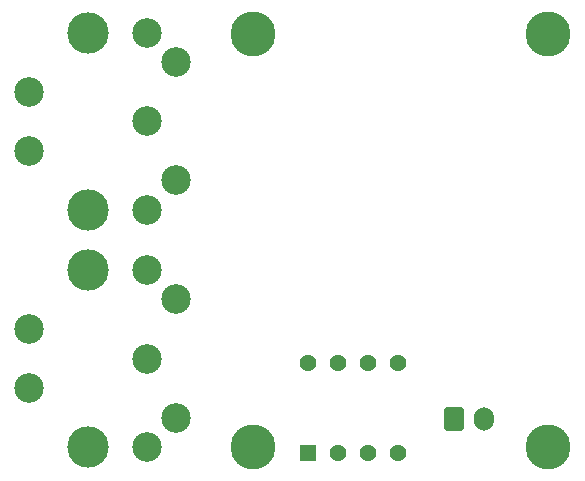
<source format=gbr>
%TF.GenerationSoftware,KiCad,Pcbnew,9.0.0*%
%TF.CreationDate,2025-04-07T16:50:41+02:00*%
%TF.ProjectId,TP_PROJ_S5,54505f50-524f-44a5-9f53-352e6b696361,rev?*%
%TF.SameCoordinates,Original*%
%TF.FileFunction,Soldermask,Bot*%
%TF.FilePolarity,Negative*%
%FSLAX46Y46*%
G04 Gerber Fmt 4.6, Leading zero omitted, Abs format (unit mm)*
G04 Created by KiCad (PCBNEW 9.0.0) date 2025-04-07 16:50:41*
%MOMM*%
%LPD*%
G01*
G04 APERTURE LIST*
G04 Aperture macros list*
%AMRoundRect*
0 Rectangle with rounded corners*
0 $1 Rounding radius*
0 $2 $3 $4 $5 $6 $7 $8 $9 X,Y pos of 4 corners*
0 Add a 4 corners polygon primitive as box body*
4,1,4,$2,$3,$4,$5,$6,$7,$8,$9,$2,$3,0*
0 Add four circle primitives for the rounded corners*
1,1,$1+$1,$2,$3*
1,1,$1+$1,$4,$5*
1,1,$1+$1,$6,$7*
1,1,$1+$1,$8,$9*
0 Add four rect primitives between the rounded corners*
20,1,$1+$1,$2,$3,$4,$5,0*
20,1,$1+$1,$4,$5,$6,$7,0*
20,1,$1+$1,$6,$7,$8,$9,0*
20,1,$1+$1,$8,$9,$2,$3,0*%
G04 Aperture macros list end*
%ADD10C,2.500000*%
%ADD11C,3.500000*%
%ADD12C,3.800000*%
%ADD13R,1.438000X1.438000*%
%ADD14C,1.438000*%
%ADD15RoundRect,0.250000X-0.600000X-0.750000X0.600000X-0.750000X0.600000X0.750000X-0.600000X0.750000X0*%
%ADD16O,1.700000X2.000000*%
G04 APERTURE END LIST*
D10*
%TO.C,J4*%
X105000000Y-130000000D03*
X105000000Y-125000000D03*
X117500000Y-122500000D03*
X117500000Y-132500000D03*
X115000000Y-120000000D03*
X115000000Y-127500000D03*
X115000000Y-135000000D03*
D11*
X110000000Y-135000000D03*
X110000000Y-120000000D03*
%TD*%
%TO.C,J5*%
X110000000Y-99900000D03*
X110000000Y-114900000D03*
D10*
X115000000Y-114900000D03*
X115000000Y-107400000D03*
X115000000Y-99900000D03*
X117500000Y-112400000D03*
X117500000Y-102400000D03*
X105000000Y-104900000D03*
X105000000Y-109900000D03*
%TD*%
D12*
%TO.C,H4*%
X149000000Y-135000000D03*
%TD*%
%TO.C,H1*%
X124000000Y-100000000D03*
%TD*%
%TO.C,H3*%
X124000000Y-135000000D03*
%TD*%
%TO.C,H2*%
X149000000Y-100000000D03*
%TD*%
D13*
%TO.C,U4*%
X128640000Y-135540000D03*
D14*
X131180000Y-135540000D03*
X131180000Y-127920000D03*
X128640000Y-127920000D03*
X133720000Y-135540000D03*
X136260000Y-135540000D03*
X133720000Y-127920000D03*
X136260000Y-127920000D03*
%TD*%
D15*
%TO.C,J3*%
X141050000Y-132610000D03*
D16*
X143550000Y-132610000D03*
%TD*%
M02*

</source>
